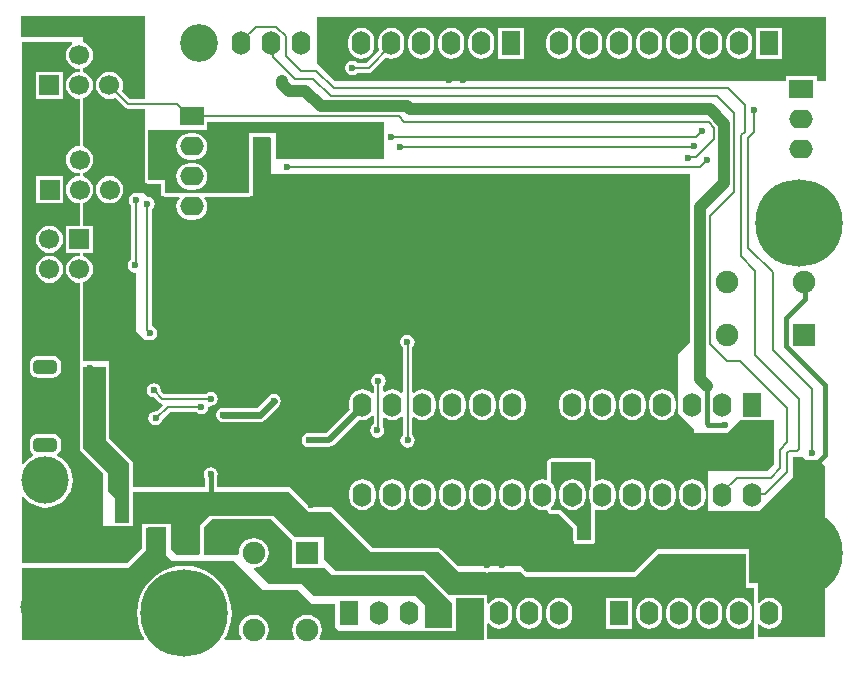
<source format=gbl>
G04*
G04 #@! TF.GenerationSoftware,Altium Limited,Altium Designer,20.0.13 (296)*
G04*
G04 Layer_Physical_Order=2*
G04 Layer_Color=16711680*
%FSLAX44Y44*%
%MOMM*%
G71*
G01*
G75*
%ADD10C,0.2000*%
%ADD11C,0.4000*%
%ADD32R,1.9000X1.9000*%
%ADD67C,1.9000*%
%ADD68R,1.9000X1.9000*%
%ADD74C,0.6000*%
%ADD75C,0.5000*%
%ADD77C,1.0000*%
%ADD78C,3.2000*%
%ADD79O,1.6000X2.0000*%
%ADD80R,1.6000X2.0000*%
%ADD81C,4.0000*%
%ADD82C,7.4000*%
%ADD83O,2.0000X1.6000*%
%ADD84R,2.0000X1.6000*%
%ADD85C,1.7000*%
%ADD86R,1.7000X1.7000*%
G04:AMPARAMS|DCode=87|XSize=2mm|YSize=1.2mm|CornerRadius=0.36mm|HoleSize=0mm|Usage=FLASHONLY|Rotation=0.000|XOffset=0mm|YOffset=0mm|HoleType=Round|Shape=RoundedRectangle|*
%AMROUNDEDRECTD87*
21,1,2.0000,0.4800,0,0,0.0*
21,1,1.2800,1.2000,0,0,0.0*
1,1,0.7200,0.6400,-0.2400*
1,1,0.7200,-0.6400,-0.2400*
1,1,0.7200,-0.6400,0.2400*
1,1,0.7200,0.6400,0.2400*
%
%ADD87ROUNDEDRECTD87*%
%ADD88C,0.6000*%
G36*
X683000Y476000D02*
X675000D01*
Y480000D01*
X649000D01*
Y476000D01*
X267000D01*
X252000Y491000D01*
Y530000D01*
X683000D01*
Y476000D01*
D02*
G37*
G36*
X106000Y460828D02*
X93579D01*
X86691Y467717D01*
X87404Y469438D01*
X87799Y472440D01*
X87404Y475442D01*
X86245Y478240D01*
X84402Y480642D01*
X82000Y482485D01*
X79202Y483644D01*
X76200Y484039D01*
X73198Y483644D01*
X70400Y482485D01*
X67998Y480642D01*
X66155Y478240D01*
X64996Y475442D01*
X64601Y472440D01*
X64996Y469438D01*
X66155Y466640D01*
X67998Y464238D01*
X70400Y462395D01*
X73198Y461236D01*
X76200Y460841D01*
X79202Y461236D01*
X80923Y461949D01*
X89006Y453866D01*
X89006Y453866D01*
X90329Y452982D01*
X91890Y452672D01*
X106000D01*
Y434612D01*
X105941Y434317D01*
Y392317D01*
X106000Y392021D01*
Y390000D01*
X107067D01*
X107830Y389491D01*
X109000Y389258D01*
X119941D01*
Y381316D01*
X120000Y381022D01*
Y379000D01*
X121067D01*
X121830Y378491D01*
X123000Y378258D01*
X135024D01*
X135650Y376988D01*
X134391Y375347D01*
X133283Y372672D01*
X132905Y369800D01*
X133283Y366928D01*
X134391Y364253D01*
X136155Y361955D01*
X138453Y360191D01*
X141128Y359083D01*
X144000Y358705D01*
X148000D01*
X150872Y359083D01*
X153547Y360191D01*
X155845Y361955D01*
X157608Y364253D01*
X158717Y366928D01*
X159095Y369800D01*
X158717Y372672D01*
X157608Y375347D01*
X156350Y376988D01*
X156976Y378258D01*
X194000Y378258D01*
X195170Y378490D01*
X195933Y379000D01*
X198000D01*
Y428941D01*
X212102Y428941D01*
X213000Y428043D01*
X213000Y397000D01*
X226409D01*
X227000Y396883D01*
X227591Y397000D01*
X568000Y397000D01*
X568000Y255000D01*
X564000Y251000D01*
X557500Y244500D01*
X557500Y194500D01*
X571000Y181000D01*
X571000Y178000D01*
X599000D01*
X609930Y188930D01*
X631650D01*
Y189000D01*
X639000D01*
X639000Y152000D01*
X633000Y146000D01*
X614000D01*
X613000Y146000D01*
X583000Y146000D01*
X583000Y112000D01*
X626000Y112000D01*
X655000Y141000D01*
X655000Y158000D01*
X663000D01*
X666000Y155000D01*
X670408D01*
X671000Y154882D01*
X671592Y155000D01*
X677000D01*
X682000Y150000D01*
Y5000D01*
X625059D01*
Y16200D01*
X626329Y16631D01*
X627155Y15555D01*
X629453Y13792D01*
X632128Y12683D01*
X635000Y12305D01*
X637872Y12683D01*
X640547Y13792D01*
X642845Y15555D01*
X644609Y17852D01*
X645717Y20528D01*
X646095Y23400D01*
Y27400D01*
X645717Y30272D01*
X644609Y32947D01*
X642845Y35245D01*
X640547Y37009D01*
X637872Y38117D01*
X635000Y38495D01*
X632128Y38117D01*
X629453Y37009D01*
X627155Y35245D01*
X626329Y34169D01*
X625059Y34600D01*
Y47000D01*
X625000Y47295D01*
Y51000D01*
X618059D01*
Y76000D01*
X618000Y76295D01*
Y80000D01*
X540000D01*
X520000Y60000D01*
X430000D01*
X425000Y65000D01*
X371326Y65000D01*
X357163Y79163D01*
X357163Y79163D01*
X356180Y79820D01*
X355000Y81000D01*
X299000Y81000D01*
X265000Y115000D01*
X246000D01*
X229000Y132000D01*
X167098D01*
Y139830D01*
X167652Y140659D01*
X168118Y143000D01*
X167652Y145341D01*
X166326Y147326D01*
X164341Y148652D01*
X162000Y149117D01*
X159659Y148652D01*
X157674Y147326D01*
X156348Y145341D01*
X155883Y143000D01*
X156348Y140659D01*
X156902Y139830D01*
Y132000D01*
X96059D01*
X96059Y152000D01*
X96000Y152294D01*
Y153000D01*
X95818Y153182D01*
X95163Y154163D01*
X95163Y154163D01*
X76059Y173267D01*
Y234000D01*
X76000Y234295D01*
Y239000D01*
X60591Y239000D01*
X60000Y239118D01*
X59409Y239000D01*
X54059D01*
Y304824D01*
X54039Y304923D01*
X54052Y305024D01*
X54000Y305219D01*
Y305476D01*
X56600Y306553D01*
X59002Y308396D01*
X60845Y310799D01*
X62004Y313596D01*
X62399Y316598D01*
X62004Y319600D01*
X60845Y322398D01*
X59002Y324800D01*
X56600Y326643D01*
X54000Y327720D01*
Y327978D01*
X54052Y328173D01*
X54039Y328274D01*
X54059Y328373D01*
Y330498D01*
X62300D01*
Y353498D01*
X54059D01*
Y372401D01*
X54002Y372796D01*
X56800Y373955D01*
X59202Y375798D01*
X61045Y378200D01*
X62204Y380998D01*
X62599Y384000D01*
X62204Y387002D01*
X61045Y389800D01*
X59202Y392202D01*
X56800Y394045D01*
X54002Y395204D01*
X54059Y395599D01*
Y397801D01*
X54002Y398196D01*
X56800Y399355D01*
X59202Y401198D01*
X61045Y403600D01*
X62204Y406398D01*
X62599Y409400D01*
X62204Y412402D01*
X61045Y415200D01*
X59202Y417602D01*
X56800Y419445D01*
X54002Y420604D01*
X54059Y420999D01*
Y460665D01*
X54039Y460765D01*
X54052Y460866D01*
X54000Y461060D01*
Y461318D01*
X56600Y462395D01*
X59002Y464238D01*
X60845Y466640D01*
X62004Y469438D01*
X62399Y472440D01*
X62004Y475442D01*
X60845Y478240D01*
X59002Y480642D01*
X56600Y482485D01*
X54000Y483562D01*
Y483820D01*
X54052Y484015D01*
X54039Y484115D01*
X54059Y484215D01*
Y486065D01*
X54039Y486165D01*
X54052Y486265D01*
X54000Y486460D01*
Y486718D01*
X56600Y487795D01*
X59002Y489638D01*
X60845Y492040D01*
X62004Y494838D01*
X62399Y497840D01*
X62004Y500842D01*
X60845Y503640D01*
X59002Y506042D01*
X56600Y507885D01*
X54000Y508962D01*
Y513000D01*
X1000D01*
Y531000D01*
X106000D01*
Y460828D01*
D02*
G37*
G36*
X309000Y429591D02*
X308883Y429000D01*
X309000Y428409D01*
X309000Y410000D01*
X217000Y410000D01*
X217000Y432000D01*
X194000Y432000D01*
X194000Y381316D01*
X123000Y381316D01*
Y392317D01*
X109000D01*
Y434317D01*
X159000Y434317D01*
X159000Y441317D01*
X309000Y441317D01*
Y429591D01*
D02*
G37*
G36*
X44798Y507730D02*
X42598Y506042D01*
X40755Y503640D01*
X39596Y500842D01*
X39201Y497840D01*
X39596Y494838D01*
X40755Y492040D01*
X42598Y489638D01*
X45000Y487795D01*
X47798Y486636D01*
X50800Y486241D01*
X51000Y486065D01*
Y484215D01*
X50800Y484039D01*
X47798Y483644D01*
X45000Y482485D01*
X42598Y480642D01*
X40755Y478240D01*
X39596Y475442D01*
X39201Y472440D01*
X39596Y469438D01*
X40755Y466640D01*
X42598Y464238D01*
X45000Y462395D01*
X47798Y461236D01*
X50800Y460841D01*
X51000Y460665D01*
Y420999D01*
X47998Y420604D01*
X45200Y419445D01*
X42798Y417602D01*
X40955Y415200D01*
X39796Y412402D01*
X39401Y409400D01*
X39796Y406398D01*
X40955Y403600D01*
X42798Y401198D01*
X45200Y399355D01*
X47998Y398196D01*
X51000Y397801D01*
Y395599D01*
X47998Y395204D01*
X45200Y394045D01*
X42798Y392202D01*
X40955Y389800D01*
X39796Y387002D01*
X39401Y384000D01*
X39796Y380998D01*
X40955Y378200D01*
X42798Y375798D01*
X45200Y373955D01*
X47998Y372796D01*
X51000Y372401D01*
Y353498D01*
X39300D01*
Y330498D01*
X51000D01*
Y328373D01*
X50800Y328198D01*
X47798Y327802D01*
X45000Y326643D01*
X42598Y324800D01*
X40755Y322398D01*
X39596Y319600D01*
X39201Y316598D01*
X39596Y313596D01*
X40755Y310799D01*
X42598Y308396D01*
X45000Y306553D01*
X47798Y305394D01*
X50800Y304999D01*
X51000Y304824D01*
Y234296D01*
X50941Y234000D01*
Y165000D01*
X51174Y163829D01*
X51837Y162837D01*
X71000Y143674D01*
Y99000D01*
X81602D01*
X81898Y98941D01*
X81898Y98941D01*
X93000Y98941D01*
X93295Y99000D01*
X96000D01*
Y101705D01*
X96059Y102000D01*
X96059Y128000D01*
X228000D01*
X242619Y113381D01*
X242924Y112924D01*
X243381Y112619D01*
X245000Y111000D01*
X264000Y111000D01*
X298000Y77000D01*
X355000Y77000D01*
X372000Y60000D01*
X395408Y60000D01*
X396000Y59882D01*
X396592Y60000D01*
X408409Y60000D01*
X409000Y59882D01*
X409591Y60000D01*
X425000Y60000D01*
X429000Y56000D01*
X521000Y56000D01*
X541000Y76000D01*
X615000Y76000D01*
Y47000D01*
X622000D01*
Y4000D01*
X396059D01*
Y16721D01*
X397329Y17152D01*
X398555Y15555D01*
X400853Y13792D01*
X403528Y12683D01*
X406400Y12305D01*
X409272Y12683D01*
X411948Y13792D01*
X414245Y15555D01*
X416008Y17852D01*
X417117Y20528D01*
X417495Y23400D01*
Y27400D01*
X417117Y30272D01*
X416008Y32947D01*
X414245Y35245D01*
X411948Y37009D01*
X409272Y38117D01*
X406400Y38495D01*
X403528Y38117D01*
X400853Y37009D01*
X398555Y35245D01*
X397329Y33648D01*
X396059Y34079D01*
Y38000D01*
X396000Y38295D01*
Y41000D01*
X393295D01*
X393000Y41059D01*
X370000D01*
X369704Y41000D01*
X363326Y41000D01*
X344163Y60163D01*
X343181Y60819D01*
X343000Y61000D01*
X342296D01*
X342000Y61059D01*
X342000Y61059D01*
X267941D01*
X258000Y71000D01*
X258000Y90000D01*
X233000Y90000D01*
X215000Y108000D01*
X213295D01*
X213000Y108059D01*
X213000Y108059D01*
X163000Y108059D01*
X162704Y108000D01*
X161000D01*
X153000Y100000D01*
Y98295D01*
X152941Y98000D01*
X152941Y98000D01*
X152941Y76270D01*
X151671Y75000D01*
X133000Y75000D01*
X128000Y80000D01*
X128000Y101000D01*
X123397D01*
X123102Y101059D01*
X123102Y101059D01*
X107000D01*
X106705Y101000D01*
X104000D01*
Y98295D01*
X103941Y98000D01*
Y80941D01*
X91000Y68000D01*
X2000D01*
Y124113D01*
X3270Y124567D01*
X5658Y121658D01*
X9160Y118784D01*
X13156Y116648D01*
X17491Y115333D01*
X22000Y114889D01*
X26509Y115333D01*
X30844Y116648D01*
X34840Y118784D01*
X38342Y121658D01*
X41216Y125160D01*
X43352Y129156D01*
X44667Y133491D01*
X45111Y138000D01*
X44667Y142509D01*
X43352Y146844D01*
X41216Y150840D01*
X38342Y154342D01*
X34840Y157216D01*
X32168Y158645D01*
X32058Y158940D01*
X32098Y160122D01*
X33102Y160893D01*
X34160Y162271D01*
X34825Y163877D01*
X35052Y165600D01*
Y170400D01*
X34825Y172123D01*
X34160Y173729D01*
X33102Y175107D01*
X31723Y176165D01*
X30118Y176830D01*
X28395Y177057D01*
X15595D01*
X13872Y176830D01*
X12266Y176165D01*
X10888Y175107D01*
X9830Y173729D01*
X9165Y172123D01*
X8938Y170400D01*
Y165600D01*
X9165Y163877D01*
X9830Y162271D01*
X10888Y160893D01*
X11896Y160119D01*
X11938Y158943D01*
X11827Y158642D01*
X9160Y157216D01*
X5658Y154342D01*
X3270Y151433D01*
X2000Y151887D01*
Y509000D01*
X44627D01*
X44798Y507730D01*
D02*
G37*
G36*
X73000Y172000D02*
X93000Y152000D01*
X93000Y102000D01*
X81898Y102000D01*
X81000Y102898D01*
X81000Y123000D01*
X75000Y129000D01*
Y144000D01*
X54000Y165000D01*
Y234000D01*
X73000D01*
Y172000D01*
D02*
G37*
G36*
X213000Y105000D02*
X231000Y87000D01*
Y64000D01*
X259000D01*
X265000Y58000D01*
X342000D01*
X366000Y34000D01*
Y13059D01*
X343000D01*
Y32000D01*
X335000Y40000D01*
X249000Y40000D01*
X239000Y50000D01*
X211000D01*
X208000Y53000D01*
X198258Y62742D01*
X198857Y63939D01*
X201763Y64322D01*
X204804Y65581D01*
X207415Y67585D01*
X209419Y70196D01*
X210678Y73237D01*
X211108Y76500D01*
X210678Y79763D01*
X209419Y82804D01*
X207415Y85415D01*
X204804Y87419D01*
X201763Y88678D01*
X198500Y89108D01*
X195237Y88678D01*
X192196Y87419D01*
X189585Y85415D01*
X187581Y82804D01*
X186322Y79763D01*
X185892Y76500D01*
X185922Y76270D01*
X184809Y75000D01*
X156000D01*
X156000Y98000D01*
X163000Y105000D01*
X213000Y105000D01*
D02*
G37*
G36*
X124000Y97102D02*
X124000Y75000D01*
X129000Y70000D01*
X181000D01*
X206000Y45000D01*
X236000D01*
X248000Y33000D01*
X267000D01*
Y14000D01*
X268400Y12600D01*
Y12400D01*
X268600D01*
X271000Y10000D01*
X370000D01*
Y38000D01*
X393000D01*
Y3000D01*
X254169D01*
X253608Y4139D01*
X254419Y5196D01*
X255678Y8237D01*
X256108Y11500D01*
X255678Y14763D01*
X254419Y17804D01*
X252415Y20415D01*
X249804Y22419D01*
X246763Y23678D01*
X243500Y24108D01*
X240237Y23678D01*
X237196Y22419D01*
X234585Y20415D01*
X232581Y17804D01*
X231322Y14763D01*
X230892Y11500D01*
X231322Y8237D01*
X232581Y5196D01*
X233392Y4139D01*
X232831Y3000D01*
X209169D01*
X208608Y4139D01*
X209419Y5196D01*
X210678Y8237D01*
X211108Y11500D01*
X210678Y14763D01*
X209419Y17804D01*
X207415Y20415D01*
X204804Y22419D01*
X201763Y23678D01*
X198500Y24108D01*
X195237Y23678D01*
X192196Y22419D01*
X189585Y20415D01*
X187581Y17804D01*
X186322Y14763D01*
X185892Y11500D01*
X186322Y8237D01*
X187581Y5196D01*
X188392Y4139D01*
X187831Y3000D01*
X174186D01*
X173565Y4108D01*
X175450Y7184D01*
X177860Y13001D01*
X179330Y19123D01*
X179824Y25400D01*
X179330Y31677D01*
X177860Y37799D01*
X175450Y43616D01*
X172161Y48984D01*
X168072Y53772D01*
X163284Y57861D01*
X157916Y61150D01*
X152099Y63560D01*
X145977Y65030D01*
X139700Y65524D01*
X133423Y65030D01*
X127301Y63560D01*
X121484Y61150D01*
X116116Y57861D01*
X111328Y53772D01*
X107239Y48984D01*
X103949Y43616D01*
X101540Y37799D01*
X100070Y31677D01*
X99576Y25400D01*
X100070Y19123D01*
X101540Y13001D01*
X103949Y7184D01*
X105835Y4108D01*
X105214Y3000D01*
X2000D01*
Y64000D01*
X72000Y64000D01*
X92000D01*
X107000Y79000D01*
Y98000D01*
X123102D01*
X124000Y97102D01*
D02*
G37*
%LPC*%
G36*
X646000Y521000D02*
X624000D01*
Y495000D01*
X646000D01*
Y521000D01*
D02*
G37*
G36*
X427560D02*
X405560D01*
Y495000D01*
X427560D01*
Y521000D01*
D02*
G37*
G36*
X609600Y521095D02*
X606728Y520717D01*
X604053Y519608D01*
X601755Y517845D01*
X599991Y515547D01*
X598883Y512872D01*
X598505Y510000D01*
Y506000D01*
X598883Y503128D01*
X599991Y500452D01*
X601755Y498155D01*
X604053Y496391D01*
X606728Y495283D01*
X609600Y494905D01*
X612472Y495283D01*
X615148Y496391D01*
X617445Y498155D01*
X619208Y500452D01*
X620317Y503128D01*
X620695Y506000D01*
Y510000D01*
X620317Y512872D01*
X619208Y515547D01*
X617445Y517845D01*
X615148Y519608D01*
X612472Y520717D01*
X609600Y521095D01*
D02*
G37*
G36*
X584200D02*
X581328Y520717D01*
X578652Y519608D01*
X576355Y517845D01*
X574591Y515547D01*
X573483Y512872D01*
X573105Y510000D01*
Y506000D01*
X573483Y503128D01*
X574591Y500452D01*
X576355Y498155D01*
X578652Y496391D01*
X581328Y495283D01*
X584200Y494905D01*
X587072Y495283D01*
X589748Y496391D01*
X592045Y498155D01*
X593809Y500452D01*
X594917Y503128D01*
X595295Y506000D01*
Y510000D01*
X594917Y512872D01*
X593809Y515547D01*
X592045Y517845D01*
X589748Y519608D01*
X587072Y520717D01*
X584200Y521095D01*
D02*
G37*
G36*
X558800D02*
X555928Y520717D01*
X553252Y519608D01*
X550955Y517845D01*
X549192Y515547D01*
X548083Y512872D01*
X547705Y510000D01*
Y506000D01*
X548083Y503128D01*
X549192Y500452D01*
X550955Y498155D01*
X553252Y496391D01*
X555928Y495283D01*
X558800Y494905D01*
X561672Y495283D01*
X564347Y496391D01*
X566645Y498155D01*
X568409Y500452D01*
X569517Y503128D01*
X569895Y506000D01*
Y510000D01*
X569517Y512872D01*
X568409Y515547D01*
X566645Y517845D01*
X564347Y519608D01*
X561672Y520717D01*
X558800Y521095D01*
D02*
G37*
G36*
X533400D02*
X530528Y520717D01*
X527853Y519608D01*
X525555Y517845D01*
X523792Y515547D01*
X522683Y512872D01*
X522305Y510000D01*
Y506000D01*
X522683Y503128D01*
X523792Y500452D01*
X525555Y498155D01*
X527853Y496391D01*
X530528Y495283D01*
X533400Y494905D01*
X536272Y495283D01*
X538947Y496391D01*
X541245Y498155D01*
X543008Y500452D01*
X544117Y503128D01*
X544495Y506000D01*
Y510000D01*
X544117Y512872D01*
X543008Y515547D01*
X541245Y517845D01*
X538947Y519608D01*
X536272Y520717D01*
X533400Y521095D01*
D02*
G37*
G36*
X508000D02*
X505128Y520717D01*
X502453Y519608D01*
X500155Y517845D01*
X498391Y515547D01*
X497283Y512872D01*
X496905Y510000D01*
Y506000D01*
X497283Y503128D01*
X498391Y500452D01*
X500155Y498155D01*
X502453Y496391D01*
X505128Y495283D01*
X508000Y494905D01*
X510872Y495283D01*
X513548Y496391D01*
X515845Y498155D01*
X517608Y500452D01*
X518717Y503128D01*
X519095Y506000D01*
Y510000D01*
X518717Y512872D01*
X517608Y515547D01*
X515845Y517845D01*
X513548Y519608D01*
X510872Y520717D01*
X508000Y521095D01*
D02*
G37*
G36*
X482600D02*
X479728Y520717D01*
X477052Y519608D01*
X474755Y517845D01*
X472991Y515547D01*
X471883Y512872D01*
X471505Y510000D01*
Y506000D01*
X471883Y503128D01*
X472991Y500452D01*
X474755Y498155D01*
X477052Y496391D01*
X479728Y495283D01*
X482600Y494905D01*
X485472Y495283D01*
X488148Y496391D01*
X490445Y498155D01*
X492209Y500452D01*
X493317Y503128D01*
X493695Y506000D01*
Y510000D01*
X493317Y512872D01*
X492209Y515547D01*
X490445Y517845D01*
X488148Y519608D01*
X485472Y520717D01*
X482600Y521095D01*
D02*
G37*
G36*
X457200D02*
X454328Y520717D01*
X451652Y519608D01*
X449355Y517845D01*
X447592Y515547D01*
X446483Y512872D01*
X446105Y510000D01*
Y506000D01*
X446483Y503128D01*
X447592Y500452D01*
X449355Y498155D01*
X451652Y496391D01*
X454328Y495283D01*
X457200Y494905D01*
X460072Y495283D01*
X462747Y496391D01*
X465045Y498155D01*
X466809Y500452D01*
X467917Y503128D01*
X468295Y506000D01*
Y510000D01*
X467917Y512872D01*
X466809Y515547D01*
X465045Y517845D01*
X462747Y519608D01*
X460072Y520717D01*
X457200Y521095D01*
D02*
G37*
G36*
X391160D02*
X388288Y520717D01*
X385612Y519608D01*
X383315Y517845D01*
X381552Y515547D01*
X380443Y512872D01*
X380065Y510000D01*
Y506000D01*
X380443Y503128D01*
X381552Y500452D01*
X383315Y498155D01*
X385612Y496391D01*
X388288Y495283D01*
X391160Y494905D01*
X394032Y495283D01*
X396707Y496391D01*
X399005Y498155D01*
X400769Y500452D01*
X401877Y503128D01*
X402255Y506000D01*
Y510000D01*
X401877Y512872D01*
X400769Y515547D01*
X399005Y517845D01*
X396707Y519608D01*
X394032Y520717D01*
X391160Y521095D01*
D02*
G37*
G36*
X365760D02*
X362888Y520717D01*
X360213Y519608D01*
X357915Y517845D01*
X356152Y515547D01*
X355043Y512872D01*
X354665Y510000D01*
Y506000D01*
X355043Y503128D01*
X356152Y500452D01*
X357915Y498155D01*
X360213Y496391D01*
X362888Y495283D01*
X365760Y494905D01*
X368632Y495283D01*
X371307Y496391D01*
X373605Y498155D01*
X375368Y500452D01*
X376477Y503128D01*
X376855Y506000D01*
Y510000D01*
X376477Y512872D01*
X375368Y515547D01*
X373605Y517845D01*
X371307Y519608D01*
X368632Y520717D01*
X365760Y521095D01*
D02*
G37*
G36*
X340360D02*
X337488Y520717D01*
X334813Y519608D01*
X332515Y517845D01*
X330751Y515547D01*
X329643Y512872D01*
X329265Y510000D01*
Y506000D01*
X329643Y503128D01*
X330751Y500452D01*
X332515Y498155D01*
X334813Y496391D01*
X337488Y495283D01*
X340360Y494905D01*
X343232Y495283D01*
X345908Y496391D01*
X348205Y498155D01*
X349968Y500452D01*
X351077Y503128D01*
X351455Y506000D01*
Y510000D01*
X351077Y512872D01*
X349968Y515547D01*
X348205Y517845D01*
X345908Y519608D01*
X343232Y520717D01*
X340360Y521095D01*
D02*
G37*
G36*
X314960D02*
X312088Y520717D01*
X309412Y519608D01*
X307115Y517845D01*
X305352Y515547D01*
X304243Y512872D01*
X303865Y510000D01*
Y506000D01*
X304243Y503128D01*
X304748Y501910D01*
X293916Y491078D01*
X286491D01*
X286326Y491326D01*
X284341Y492652D01*
X282000Y493117D01*
X279659Y492652D01*
X277674Y491326D01*
X276348Y489341D01*
X275882Y487000D01*
X276348Y484659D01*
X277674Y482674D01*
X279659Y481348D01*
X282000Y480882D01*
X284341Y481348D01*
X286326Y482674D01*
X286491Y482922D01*
X295605D01*
X295605Y482922D01*
X296907Y483181D01*
X297166Y483232D01*
X298489Y484116D01*
X310368Y495996D01*
X312088Y495283D01*
X314960Y494905D01*
X317832Y495283D01*
X320508Y496391D01*
X322805Y498155D01*
X324568Y500452D01*
X325677Y503128D01*
X326055Y506000D01*
Y510000D01*
X325677Y512872D01*
X324568Y515547D01*
X322805Y517845D01*
X320508Y519608D01*
X317832Y520717D01*
X314960Y521095D01*
D02*
G37*
G36*
X289560D02*
X286688Y520717D01*
X284013Y519608D01*
X281715Y517845D01*
X279951Y515547D01*
X278843Y512872D01*
X278465Y510000D01*
Y506000D01*
X278843Y503128D01*
X279951Y500452D01*
X281715Y498155D01*
X284013Y496391D01*
X286688Y495283D01*
X289560Y494905D01*
X292432Y495283D01*
X295107Y496391D01*
X297405Y498155D01*
X299168Y500452D01*
X300277Y503128D01*
X300655Y506000D01*
Y510000D01*
X300277Y512872D01*
X299168Y515547D01*
X297405Y517845D01*
X295107Y519608D01*
X292432Y520717D01*
X289560Y521095D01*
D02*
G37*
G36*
X76400Y395599D02*
X73398Y395204D01*
X70600Y394045D01*
X68198Y392202D01*
X66355Y389800D01*
X65196Y387002D01*
X64801Y384000D01*
X65196Y380998D01*
X66355Y378200D01*
X68198Y375798D01*
X70600Y373955D01*
X73398Y372796D01*
X76400Y372401D01*
X79402Y372796D01*
X82200Y373955D01*
X84602Y375798D01*
X86445Y378200D01*
X87604Y380998D01*
X87999Y384000D01*
X87604Y387002D01*
X86445Y389800D01*
X84602Y392202D01*
X82200Y394045D01*
X79402Y395204D01*
X76400Y395599D01*
D02*
G37*
G36*
X105500Y381367D02*
X98750D01*
X96409Y380902D01*
X94424Y379576D01*
X93098Y377591D01*
X92633Y375250D01*
X93098Y372909D01*
X94422Y370928D01*
Y324825D01*
X93674Y324326D01*
X92348Y322341D01*
X91882Y320000D01*
X92348Y317659D01*
X93674Y315674D01*
X95659Y314348D01*
X98000Y313883D01*
X98750Y313267D01*
Y264250D01*
X106368Y256632D01*
X110750D01*
X113091Y257098D01*
X115076Y258424D01*
X116402Y260409D01*
X116868Y262750D01*
X116402Y265091D01*
X115076Y267076D01*
X113091Y268402D01*
X112536Y268512D01*
Y367365D01*
X112784Y367530D01*
X114110Y369515D01*
X114576Y371856D01*
X114110Y374197D01*
X112784Y376182D01*
X110799Y377508D01*
X109002Y377865D01*
X105500Y381367D01*
D02*
G37*
G36*
X328500Y261117D02*
X326159Y260652D01*
X324174Y259326D01*
X322848Y257341D01*
X322383Y255000D01*
X322848Y252659D01*
X324174Y250674D01*
X324547Y250425D01*
Y212647D01*
X323277Y212097D01*
X321398Y213538D01*
X318722Y214647D01*
X315850Y215025D01*
X312978Y214647D01*
X310303Y213538D01*
X309217Y212706D01*
X308078Y213267D01*
Y217509D01*
X308326Y217674D01*
X309652Y219659D01*
X310117Y222000D01*
X309652Y224341D01*
X308326Y226326D01*
X306341Y227652D01*
X304000Y228118D01*
X301659Y227652D01*
X299674Y226326D01*
X298348Y224341D01*
X297882Y222000D01*
X298348Y219659D01*
X299674Y217674D01*
X299922Y217509D01*
Y211631D01*
X298719Y211223D01*
X298295Y211775D01*
X295998Y213538D01*
X293322Y214647D01*
X290450Y215025D01*
X287578Y214647D01*
X284902Y213538D01*
X282605Y211775D01*
X280842Y209478D01*
X279733Y206802D01*
X279355Y203930D01*
Y199930D01*
X279663Y197593D01*
X259677Y177608D01*
X247407D01*
X247341Y177652D01*
X245000Y178118D01*
X242659Y177652D01*
X240674Y176326D01*
X239348Y174341D01*
X238883Y172000D01*
X239348Y169659D01*
X240674Y167674D01*
X242659Y166348D01*
X245000Y165882D01*
X247341Y166348D01*
X247407Y166392D01*
X262000D01*
X264146Y166819D01*
X265965Y168035D01*
X287271Y189340D01*
X287578Y189213D01*
X290450Y188835D01*
X293322Y189213D01*
X295998Y190322D01*
X298295Y192085D01*
X298719Y192637D01*
X299922Y192229D01*
Y185409D01*
X298674Y184576D01*
X297348Y182591D01*
X296882Y180250D01*
X297348Y177909D01*
X298674Y175924D01*
X300659Y174598D01*
X303000Y174132D01*
X305341Y174598D01*
X307326Y175924D01*
X308652Y177909D01*
X309118Y180250D01*
X308652Y182591D01*
X308078Y183449D01*
Y190592D01*
X309217Y191154D01*
X310303Y190322D01*
X312978Y189213D01*
X315850Y188835D01*
X318722Y189213D01*
X321398Y190322D01*
X323277Y191763D01*
X324547Y191213D01*
Y176157D01*
X324424Y176076D01*
X323098Y174091D01*
X322632Y171750D01*
X323098Y169409D01*
X324424Y167424D01*
X326409Y166098D01*
X328750Y165632D01*
X331091Y166098D01*
X333076Y167424D01*
X334402Y169409D01*
X334868Y171750D01*
X334402Y174091D01*
X333076Y176076D01*
X332703Y176325D01*
Y191022D01*
X333973Y191648D01*
X335703Y190322D01*
X338378Y189213D01*
X341250Y188835D01*
X344122Y189213D01*
X346797Y190322D01*
X349095Y192085D01*
X350858Y194382D01*
X351967Y197058D01*
X352345Y199930D01*
Y203930D01*
X351967Y206802D01*
X350858Y209478D01*
X349095Y211775D01*
X346797Y213538D01*
X344122Y214647D01*
X341250Y215025D01*
X338378Y214647D01*
X335703Y213538D01*
X333973Y212212D01*
X332703Y212838D01*
Y250592D01*
X332826Y250674D01*
X334152Y252659D01*
X334618Y255000D01*
X334152Y257341D01*
X332826Y259326D01*
X330841Y260652D01*
X328500Y261117D01*
D02*
G37*
G36*
X113750Y220368D02*
X111409Y219902D01*
X109424Y218576D01*
X108098Y216591D01*
X107633Y214250D01*
X108098Y211909D01*
X109424Y209924D01*
X111409Y208598D01*
X113750Y208132D01*
X114042Y208190D01*
X118116Y204116D01*
X118116Y204116D01*
X119439Y203232D01*
X120933Y202935D01*
X121066Y202735D01*
X121446Y201652D01*
X116219Y196425D01*
X115250Y196618D01*
X112909Y196152D01*
X110924Y194826D01*
X109598Y192841D01*
X109132Y190500D01*
X109598Y188159D01*
X110924Y186174D01*
X112909Y184848D01*
X115250Y184382D01*
X117591Y184848D01*
X119576Y186174D01*
X120902Y188159D01*
X121253Y189923D01*
X127251Y195922D01*
X149509D01*
X149674Y195674D01*
X151659Y194348D01*
X154000Y193883D01*
X156341Y194348D01*
X158326Y195674D01*
X159652Y197659D01*
X160110Y199963D01*
X160206Y200313D01*
X160978Y201086D01*
X162000Y200882D01*
X164341Y201348D01*
X166326Y202674D01*
X167652Y204659D01*
X168118Y207000D01*
X167652Y209341D01*
X166326Y211326D01*
X164341Y212652D01*
X162000Y213118D01*
X159659Y212652D01*
X157674Y211326D01*
X157509Y211078D01*
X122689D01*
X119810Y213958D01*
X119868Y214250D01*
X119402Y216591D01*
X118076Y218576D01*
X116091Y219902D01*
X113750Y220368D01*
D02*
G37*
G36*
X544450Y215025D02*
X541578Y214647D01*
X538903Y213538D01*
X536605Y211775D01*
X534841Y209478D01*
X533733Y206802D01*
X533355Y203930D01*
Y199930D01*
X533733Y197058D01*
X534841Y194382D01*
X536605Y192085D01*
X538903Y190322D01*
X541578Y189213D01*
X544450Y188835D01*
X547322Y189213D01*
X549997Y190322D01*
X552295Y192085D01*
X554058Y194382D01*
X555167Y197058D01*
X555545Y199930D01*
Y203930D01*
X555167Y206802D01*
X554058Y209478D01*
X552295Y211775D01*
X549997Y213538D01*
X547322Y214647D01*
X544450Y215025D01*
D02*
G37*
G36*
X519050D02*
X516178Y214647D01*
X513503Y213538D01*
X511205Y211775D01*
X509441Y209478D01*
X508333Y206802D01*
X507955Y203930D01*
Y199930D01*
X508333Y197058D01*
X509441Y194382D01*
X511205Y192085D01*
X513503Y190322D01*
X516178Y189213D01*
X519050Y188835D01*
X521922Y189213D01*
X524598Y190322D01*
X526895Y192085D01*
X528658Y194382D01*
X529767Y197058D01*
X530145Y199930D01*
Y203930D01*
X529767Y206802D01*
X528658Y209478D01*
X526895Y211775D01*
X524598Y213538D01*
X521922Y214647D01*
X519050Y215025D01*
D02*
G37*
G36*
X493650D02*
X490778Y214647D01*
X488102Y213538D01*
X485805Y211775D01*
X484041Y209478D01*
X482933Y206802D01*
X482555Y203930D01*
Y199930D01*
X482933Y197058D01*
X484041Y194382D01*
X485805Y192085D01*
X488102Y190322D01*
X490778Y189213D01*
X493650Y188835D01*
X496522Y189213D01*
X499198Y190322D01*
X501495Y192085D01*
X503259Y194382D01*
X504367Y197058D01*
X504745Y199930D01*
Y203930D01*
X504367Y206802D01*
X503259Y209478D01*
X501495Y211775D01*
X499198Y213538D01*
X496522Y214647D01*
X493650Y215025D01*
D02*
G37*
G36*
X468250D02*
X465378Y214647D01*
X462702Y213538D01*
X460405Y211775D01*
X458642Y209478D01*
X457533Y206802D01*
X457155Y203930D01*
Y199930D01*
X457533Y197058D01*
X458642Y194382D01*
X460405Y192085D01*
X462702Y190322D01*
X465378Y189213D01*
X468250Y188835D01*
X471122Y189213D01*
X473797Y190322D01*
X476095Y192085D01*
X477859Y194382D01*
X478967Y197058D01*
X479345Y199930D01*
Y203930D01*
X478967Y206802D01*
X477859Y209478D01*
X476095Y211775D01*
X473797Y213538D01*
X471122Y214647D01*
X468250Y215025D01*
D02*
G37*
G36*
X417450D02*
X414578Y214647D01*
X411903Y213538D01*
X409605Y211775D01*
X407841Y209478D01*
X406733Y206802D01*
X406355Y203930D01*
Y199930D01*
X406733Y197058D01*
X407841Y194382D01*
X409605Y192085D01*
X411903Y190322D01*
X414578Y189213D01*
X417450Y188835D01*
X420322Y189213D01*
X422998Y190322D01*
X425295Y192085D01*
X427058Y194382D01*
X428167Y197058D01*
X428545Y199930D01*
Y203930D01*
X428167Y206802D01*
X427058Y209478D01*
X425295Y211775D01*
X422998Y213538D01*
X420322Y214647D01*
X417450Y215025D01*
D02*
G37*
G36*
X392050D02*
X389178Y214647D01*
X386502Y213538D01*
X384205Y211775D01*
X382441Y209478D01*
X381333Y206802D01*
X380955Y203930D01*
Y199930D01*
X381333Y197058D01*
X382441Y194382D01*
X384205Y192085D01*
X386502Y190322D01*
X389178Y189213D01*
X392050Y188835D01*
X394922Y189213D01*
X397598Y190322D01*
X399895Y192085D01*
X401659Y194382D01*
X402767Y197058D01*
X403145Y199930D01*
Y203930D01*
X402767Y206802D01*
X401659Y209478D01*
X399895Y211775D01*
X397598Y213538D01*
X394922Y214647D01*
X392050Y215025D01*
D02*
G37*
G36*
X366650D02*
X363778Y214647D01*
X361102Y213538D01*
X358805Y211775D01*
X357042Y209478D01*
X355933Y206802D01*
X355555Y203930D01*
Y199930D01*
X355933Y197058D01*
X357042Y194382D01*
X358805Y192085D01*
X361102Y190322D01*
X363778Y189213D01*
X366650Y188835D01*
X369522Y189213D01*
X372197Y190322D01*
X374495Y192085D01*
X376259Y194382D01*
X377367Y197058D01*
X377745Y199930D01*
Y203930D01*
X377367Y206802D01*
X376259Y209478D01*
X374495Y211775D01*
X372197Y213538D01*
X369522Y214647D01*
X366650Y215025D01*
D02*
G37*
G36*
X215250Y211367D02*
X212909Y210902D01*
X210924Y209576D01*
X200760Y199412D01*
X172720D01*
X170379Y198946D01*
X168394Y197620D01*
X167068Y195635D01*
X166602Y193294D01*
X167068Y190953D01*
X168394Y188968D01*
X170379Y187642D01*
X172720Y187176D01*
X203294D01*
X205635Y187642D01*
X207620Y188968D01*
X219576Y200924D01*
X220902Y202909D01*
X221367Y205250D01*
X220902Y207591D01*
X219576Y209576D01*
X217591Y210902D01*
X215250Y211367D01*
D02*
G37*
G36*
X484134Y156646D02*
X450182D01*
X449012Y156413D01*
X448019Y155750D01*
X447356Y154758D01*
X447123Y153587D01*
Y139241D01*
X445854Y138392D01*
X445722Y138447D01*
X442850Y138825D01*
X439978Y138447D01*
X437303Y137338D01*
X435005Y135575D01*
X433242Y133278D01*
X432133Y130602D01*
X431755Y127730D01*
Y123730D01*
X432133Y120858D01*
X433242Y118182D01*
X435005Y115885D01*
X437303Y114122D01*
X439978Y113013D01*
X442850Y112635D01*
X445722Y113013D01*
X446157Y113193D01*
X447284Y112285D01*
X447461Y111395D01*
X448124Y110402D01*
X449116Y109739D01*
X450287Y109507D01*
X457168D01*
X468941Y97733D01*
Y87248D01*
X469174Y86077D01*
X469837Y85085D01*
X470830Y84422D01*
X472000Y84189D01*
X484270D01*
X485441Y84422D01*
X486433Y85085D01*
X487096Y86077D01*
X487329Y87248D01*
Y113236D01*
X488599Y113916D01*
X490778Y113013D01*
X493650Y112635D01*
X496522Y113013D01*
X499198Y114122D01*
X501495Y115885D01*
X503259Y118182D01*
X504367Y120858D01*
X504745Y123730D01*
Y127730D01*
X504367Y130602D01*
X503259Y133278D01*
X501495Y135575D01*
X499198Y137338D01*
X496522Y138447D01*
X493650Y138825D01*
X490778Y138447D01*
X488599Y137544D01*
X487329Y138224D01*
Y152373D01*
X487295Y152542D01*
X487310Y152713D01*
X487174Y153927D01*
X487044Y154336D01*
X486960Y154758D01*
X486865Y154901D01*
X486813Y155064D01*
X486536Y155393D01*
X486297Y155750D01*
X486155Y155845D01*
X486044Y155977D01*
X485662Y156174D01*
X485305Y156413D01*
X485136Y156447D01*
X484984Y156526D01*
X484556Y156562D01*
X484134Y156646D01*
D02*
G37*
G36*
X569850Y138825D02*
X566978Y138447D01*
X564302Y137338D01*
X562005Y135575D01*
X560242Y133278D01*
X559133Y130602D01*
X558755Y127730D01*
Y123730D01*
X559133Y120858D01*
X560242Y118182D01*
X562005Y115885D01*
X564302Y114122D01*
X566978Y113013D01*
X569850Y112635D01*
X572722Y113013D01*
X575397Y114122D01*
X577695Y115885D01*
X579459Y118182D01*
X580567Y120858D01*
X580945Y123730D01*
Y127730D01*
X580567Y130602D01*
X579459Y133278D01*
X577695Y135575D01*
X575397Y137338D01*
X572722Y138447D01*
X569850Y138825D01*
D02*
G37*
G36*
X544450D02*
X541578Y138447D01*
X538903Y137338D01*
X536605Y135575D01*
X534841Y133278D01*
X533733Y130602D01*
X533355Y127730D01*
Y123730D01*
X533733Y120858D01*
X534841Y118182D01*
X536605Y115885D01*
X538903Y114122D01*
X541578Y113013D01*
X544450Y112635D01*
X547322Y113013D01*
X549997Y114122D01*
X552295Y115885D01*
X554058Y118182D01*
X555167Y120858D01*
X555545Y123730D01*
Y127730D01*
X555167Y130602D01*
X554058Y133278D01*
X552295Y135575D01*
X549997Y137338D01*
X547322Y138447D01*
X544450Y138825D01*
D02*
G37*
G36*
X519050D02*
X516178Y138447D01*
X513503Y137338D01*
X511205Y135575D01*
X509441Y133278D01*
X508333Y130602D01*
X507955Y127730D01*
Y123730D01*
X508333Y120858D01*
X509441Y118182D01*
X511205Y115885D01*
X513503Y114122D01*
X516178Y113013D01*
X519050Y112635D01*
X521922Y113013D01*
X524598Y114122D01*
X526895Y115885D01*
X528658Y118182D01*
X529767Y120858D01*
X530145Y123730D01*
Y127730D01*
X529767Y130602D01*
X528658Y133278D01*
X526895Y135575D01*
X524598Y137338D01*
X521922Y138447D01*
X519050Y138825D01*
D02*
G37*
G36*
X417450D02*
X414578Y138447D01*
X411903Y137338D01*
X409605Y135575D01*
X407841Y133278D01*
X406733Y130602D01*
X406355Y127730D01*
Y123730D01*
X406733Y120858D01*
X407841Y118182D01*
X409605Y115885D01*
X411903Y114122D01*
X414578Y113013D01*
X417450Y112635D01*
X420322Y113013D01*
X422998Y114122D01*
X425295Y115885D01*
X427058Y118182D01*
X428167Y120858D01*
X428545Y123730D01*
Y127730D01*
X428167Y130602D01*
X427058Y133278D01*
X425295Y135575D01*
X422998Y137338D01*
X420322Y138447D01*
X417450Y138825D01*
D02*
G37*
G36*
X392050D02*
X389178Y138447D01*
X386502Y137338D01*
X384205Y135575D01*
X382441Y133278D01*
X381333Y130602D01*
X380955Y127730D01*
Y123730D01*
X381333Y120858D01*
X382441Y118182D01*
X384205Y115885D01*
X386502Y114122D01*
X389178Y113013D01*
X392050Y112635D01*
X394922Y113013D01*
X397598Y114122D01*
X399895Y115885D01*
X401659Y118182D01*
X402767Y120858D01*
X403145Y123730D01*
Y127730D01*
X402767Y130602D01*
X401659Y133278D01*
X399895Y135575D01*
X397598Y137338D01*
X394922Y138447D01*
X392050Y138825D01*
D02*
G37*
G36*
X366650D02*
X363778Y138447D01*
X361102Y137338D01*
X358805Y135575D01*
X357042Y133278D01*
X355933Y130602D01*
X355555Y127730D01*
Y123730D01*
X355933Y120858D01*
X357042Y118182D01*
X358805Y115885D01*
X361102Y114122D01*
X363778Y113013D01*
X366650Y112635D01*
X369522Y113013D01*
X372197Y114122D01*
X374495Y115885D01*
X376259Y118182D01*
X377367Y120858D01*
X377745Y123730D01*
Y127730D01*
X377367Y130602D01*
X376259Y133278D01*
X374495Y135575D01*
X372197Y137338D01*
X369522Y138447D01*
X366650Y138825D01*
D02*
G37*
G36*
X341250D02*
X338378Y138447D01*
X335703Y137338D01*
X333405Y135575D01*
X331642Y133278D01*
X330533Y130602D01*
X330155Y127730D01*
Y123730D01*
X330533Y120858D01*
X331642Y118182D01*
X333405Y115885D01*
X335703Y114122D01*
X338378Y113013D01*
X341250Y112635D01*
X344122Y113013D01*
X346797Y114122D01*
X349095Y115885D01*
X350858Y118182D01*
X351967Y120858D01*
X352345Y123730D01*
Y127730D01*
X351967Y130602D01*
X350858Y133278D01*
X349095Y135575D01*
X346797Y137338D01*
X344122Y138447D01*
X341250Y138825D01*
D02*
G37*
G36*
X315850D02*
X312978Y138447D01*
X310303Y137338D01*
X308005Y135575D01*
X306241Y133278D01*
X305133Y130602D01*
X304755Y127730D01*
Y123730D01*
X305133Y120858D01*
X306241Y118182D01*
X308005Y115885D01*
X310303Y114122D01*
X312978Y113013D01*
X315850Y112635D01*
X318722Y113013D01*
X321398Y114122D01*
X323695Y115885D01*
X325458Y118182D01*
X326567Y120858D01*
X326945Y123730D01*
Y127730D01*
X326567Y130602D01*
X325458Y133278D01*
X323695Y135575D01*
X321398Y137338D01*
X318722Y138447D01*
X315850Y138825D01*
D02*
G37*
G36*
X290450D02*
X287578Y138447D01*
X284902Y137338D01*
X282605Y135575D01*
X280842Y133278D01*
X279733Y130602D01*
X279355Y127730D01*
Y123730D01*
X279733Y120858D01*
X280842Y118182D01*
X282605Y115885D01*
X284902Y114122D01*
X287578Y113013D01*
X290450Y112635D01*
X293322Y113013D01*
X295998Y114122D01*
X298295Y115885D01*
X300058Y118182D01*
X301167Y120858D01*
X301545Y123730D01*
Y127730D01*
X301167Y130602D01*
X300058Y133278D01*
X298295Y135575D01*
X295998Y137338D01*
X293322Y138447D01*
X290450Y138825D01*
D02*
G37*
%LPD*%
G36*
X484270Y152373D02*
Y133576D01*
X484041Y133278D01*
X482933Y130602D01*
X482555Y127730D01*
Y123730D01*
X482933Y120858D01*
X484041Y118182D01*
X484270Y117884D01*
Y87248D01*
X472000D01*
Y99000D01*
X458435Y112565D01*
X450287D01*
Y115571D01*
X450695Y115885D01*
X452458Y118182D01*
X453567Y120858D01*
X453945Y123730D01*
Y127730D01*
X453567Y130602D01*
X452458Y133278D01*
X450695Y135575D01*
X450287Y135889D01*
Y137630D01*
X450171Y137746D01*
X450182Y137892D01*
Y153587D01*
X484134D01*
X484270Y152373D01*
D02*
G37*
%LPC*%
G36*
X468250Y138825D02*
X465378Y138447D01*
X462702Y137338D01*
X460405Y135575D01*
X458642Y133278D01*
X457533Y130602D01*
X457155Y127730D01*
Y123730D01*
X457533Y120858D01*
X458642Y118182D01*
X460405Y115885D01*
X462702Y114122D01*
X465378Y113013D01*
X468250Y112635D01*
X471122Y113013D01*
X473797Y114122D01*
X476095Y115885D01*
X477859Y118182D01*
X478967Y120858D01*
X479345Y123730D01*
Y127730D01*
X478967Y130602D01*
X477859Y133278D01*
X476095Y135575D01*
X473797Y137338D01*
X471122Y138447D01*
X468250Y138825D01*
D02*
G37*
%LPD*%
G36*
X470323Y135467D02*
X472255Y134667D01*
X473914Y133394D01*
X475187Y131735D01*
X475987Y129803D01*
X476286Y127529D01*
Y123931D01*
X475987Y121657D01*
X475187Y119725D01*
X473914Y118066D01*
X472255Y116793D01*
X470323Y115993D01*
X468250Y115720D01*
X466177Y115993D01*
X464245Y116793D01*
X462586Y118066D01*
X461313Y119725D01*
X460513Y121657D01*
X460214Y123931D01*
Y127529D01*
X460513Y129803D01*
X461313Y131735D01*
X462586Y133394D01*
X464245Y134667D01*
X466177Y135467D01*
X468250Y135740D01*
X470323Y135467D01*
D02*
G37*
%LPC*%
G36*
X148000Y431695D02*
X144000D01*
X141128Y431317D01*
X138453Y430209D01*
X136155Y428445D01*
X134391Y426147D01*
X133283Y423472D01*
X132905Y420600D01*
X133283Y417728D01*
X134391Y415053D01*
X136155Y412755D01*
X138453Y410992D01*
X141128Y409883D01*
X144000Y409505D01*
X148000D01*
X150872Y409883D01*
X153547Y410992D01*
X155845Y412755D01*
X157608Y415053D01*
X158717Y417728D01*
X159095Y420600D01*
X158717Y423472D01*
X157608Y426147D01*
X155845Y428445D01*
X153547Y430209D01*
X150872Y431317D01*
X148000Y431695D01*
D02*
G37*
G36*
Y406295D02*
X144000D01*
X141128Y405917D01*
X138453Y404809D01*
X136155Y403045D01*
X134391Y400747D01*
X133283Y398072D01*
X132905Y395200D01*
X133283Y392328D01*
X134391Y389653D01*
X136155Y387355D01*
X138453Y385592D01*
X141128Y384483D01*
X144000Y384105D01*
X148000D01*
X150872Y384483D01*
X153547Y385592D01*
X155845Y387355D01*
X157608Y389653D01*
X158717Y392328D01*
X159095Y395200D01*
X158717Y398072D01*
X157608Y400747D01*
X155845Y403045D01*
X153547Y404809D01*
X150872Y405917D01*
X148000Y406295D01*
D02*
G37*
G36*
X36900Y483940D02*
X13900D01*
Y460940D01*
X36900D01*
Y483940D01*
D02*
G37*
G36*
X37100Y395500D02*
X14100D01*
Y372500D01*
X37100D01*
Y395500D01*
D02*
G37*
G36*
X25400Y353597D02*
X22398Y353202D01*
X19600Y352043D01*
X17198Y350200D01*
X15355Y347798D01*
X14196Y345000D01*
X13801Y341998D01*
X14196Y338996D01*
X15355Y336199D01*
X17198Y333796D01*
X19600Y331953D01*
X22398Y330794D01*
X25400Y330399D01*
X28402Y330794D01*
X31200Y331953D01*
X33602Y333796D01*
X35445Y336199D01*
X36604Y338996D01*
X36999Y341998D01*
X36604Y345000D01*
X35445Y347798D01*
X33602Y350200D01*
X31200Y352043D01*
X28402Y353202D01*
X25400Y353597D01*
D02*
G37*
G36*
Y328198D02*
X22398Y327802D01*
X19600Y326643D01*
X17198Y324800D01*
X15355Y322398D01*
X14196Y319600D01*
X13801Y316598D01*
X14196Y313596D01*
X15355Y310799D01*
X17198Y308396D01*
X19600Y306553D01*
X22398Y305394D01*
X25400Y304999D01*
X28402Y305394D01*
X31200Y306553D01*
X33602Y308396D01*
X35445Y310799D01*
X36604Y313596D01*
X36999Y316598D01*
X36604Y319600D01*
X35445Y322398D01*
X33602Y324800D01*
X31200Y326643D01*
X28402Y327802D01*
X25400Y328198D01*
D02*
G37*
G36*
X28395Y243057D02*
X15595D01*
X13872Y242830D01*
X12266Y242165D01*
X10888Y241107D01*
X9830Y239729D01*
X9165Y238123D01*
X8938Y236400D01*
Y231600D01*
X9165Y229877D01*
X9830Y228272D01*
X10888Y226893D01*
X12266Y225835D01*
X13872Y225170D01*
X15595Y224943D01*
X28395D01*
X30118Y225170D01*
X31723Y225835D01*
X33102Y226893D01*
X34160Y228272D01*
X34825Y229877D01*
X35052Y231600D01*
Y236400D01*
X34825Y238123D01*
X34160Y239729D01*
X33102Y241107D01*
X31723Y242165D01*
X30118Y242830D01*
X28395Y243057D01*
D02*
G37*
G36*
X519000Y38400D02*
X497000D01*
Y12400D01*
X519000D01*
Y38400D01*
D02*
G37*
G36*
X609600Y38495D02*
X606728Y38117D01*
X604053Y37009D01*
X601755Y35245D01*
X599991Y32947D01*
X598883Y30272D01*
X598505Y27400D01*
Y23400D01*
X598883Y20528D01*
X599991Y17852D01*
X601755Y15555D01*
X604053Y13792D01*
X606728Y12683D01*
X609600Y12305D01*
X612472Y12683D01*
X615148Y13792D01*
X617445Y15555D01*
X619208Y17852D01*
X620317Y20528D01*
X620695Y23400D01*
Y27400D01*
X620317Y30272D01*
X619208Y32947D01*
X617445Y35245D01*
X615148Y37009D01*
X612472Y38117D01*
X609600Y38495D01*
D02*
G37*
G36*
X584200D02*
X581328Y38117D01*
X578652Y37009D01*
X576355Y35245D01*
X574591Y32947D01*
X573483Y30272D01*
X573105Y27400D01*
Y23400D01*
X573483Y20528D01*
X574591Y17852D01*
X576355Y15555D01*
X578652Y13792D01*
X581328Y12683D01*
X584200Y12305D01*
X587072Y12683D01*
X589748Y13792D01*
X592045Y15555D01*
X593809Y17852D01*
X594917Y20528D01*
X595295Y23400D01*
Y27400D01*
X594917Y30272D01*
X593809Y32947D01*
X592045Y35245D01*
X589748Y37009D01*
X587072Y38117D01*
X584200Y38495D01*
D02*
G37*
G36*
X558800D02*
X555928Y38117D01*
X553252Y37009D01*
X550955Y35245D01*
X549192Y32947D01*
X548083Y30272D01*
X547705Y27400D01*
Y23400D01*
X548083Y20528D01*
X549192Y17852D01*
X550955Y15555D01*
X553252Y13792D01*
X555928Y12683D01*
X558800Y12305D01*
X561672Y12683D01*
X564347Y13792D01*
X566645Y15555D01*
X568409Y17852D01*
X569517Y20528D01*
X569895Y23400D01*
Y27400D01*
X569517Y30272D01*
X568409Y32947D01*
X566645Y35245D01*
X564347Y37009D01*
X561672Y38117D01*
X558800Y38495D01*
D02*
G37*
G36*
X533400D02*
X530528Y38117D01*
X527853Y37009D01*
X525555Y35245D01*
X523792Y32947D01*
X522683Y30272D01*
X522305Y27400D01*
Y23400D01*
X522683Y20528D01*
X523792Y17852D01*
X525555Y15555D01*
X527853Y13792D01*
X530528Y12683D01*
X533400Y12305D01*
X536272Y12683D01*
X538947Y13792D01*
X541245Y15555D01*
X543008Y17852D01*
X544117Y20528D01*
X544495Y23400D01*
Y27400D01*
X544117Y30272D01*
X543008Y32947D01*
X541245Y35245D01*
X538947Y37009D01*
X536272Y38117D01*
X533400Y38495D01*
D02*
G37*
G36*
X457200D02*
X454328Y38117D01*
X451652Y37009D01*
X449355Y35245D01*
X447592Y32947D01*
X446483Y30272D01*
X446105Y27400D01*
Y23400D01*
X446483Y20528D01*
X447592Y17852D01*
X449355Y15555D01*
X451652Y13792D01*
X454328Y12683D01*
X457200Y12305D01*
X460072Y12683D01*
X462747Y13792D01*
X465045Y15555D01*
X466809Y17852D01*
X467917Y20528D01*
X468295Y23400D01*
Y27400D01*
X467917Y30272D01*
X466809Y32947D01*
X465045Y35245D01*
X462747Y37009D01*
X460072Y38117D01*
X457200Y38495D01*
D02*
G37*
G36*
X431800D02*
X428928Y38117D01*
X426253Y37009D01*
X423955Y35245D01*
X422192Y32947D01*
X421083Y30272D01*
X420705Y27400D01*
Y23400D01*
X421083Y20528D01*
X422192Y17852D01*
X423955Y15555D01*
X426253Y13792D01*
X428928Y12683D01*
X431800Y12305D01*
X434672Y12683D01*
X437347Y13792D01*
X439645Y15555D01*
X441409Y17852D01*
X442517Y20528D01*
X442895Y23400D01*
Y27400D01*
X442517Y30272D01*
X441409Y32947D01*
X439645Y35245D01*
X437347Y37009D01*
X434672Y38117D01*
X431800Y38495D01*
D02*
G37*
%LPD*%
D10*
X108458Y265042D02*
Y371856D01*
Y265042D02*
X110750Y262750D01*
X322000Y420000D02*
X570000D01*
X304000Y182062D02*
Y222000D01*
X303000Y181062D02*
X304000Y182062D01*
X303000Y180250D02*
Y181062D01*
X570000Y420000D02*
X571250Y421250D01*
X315000Y429000D02*
X573000D01*
X578000Y434000D01*
X638000Y248000D02*
X671000Y215000D01*
Y161000D02*
Y215000D01*
X638000Y248000D02*
Y314062D01*
X585000Y253500D02*
Y362000D01*
X605000Y382000D01*
Y449000D01*
X585000Y253500D02*
X599500Y239000D01*
X610000D01*
X238250Y484750D02*
X251250D01*
X266000Y470000D02*
X600000D01*
X251250Y484750D02*
X266000Y470000D01*
X215019Y495981D02*
X233000Y478000D01*
X248929D02*
X263929Y463000D01*
X233000Y478000D02*
X248929D01*
X263929Y463000D02*
X591000D01*
X213360Y508000D02*
X215019Y506341D01*
Y495981D02*
Y506341D01*
X225562Y497438D02*
Y514062D01*
Y497438D02*
X238250Y484750D01*
X650000Y170000D02*
Y199000D01*
X610000Y239000D02*
X650000Y199000D01*
X623000Y244000D02*
Y315500D01*
X660000Y164757D02*
Y207000D01*
X623000Y244000D02*
X660000Y207000D01*
X617000Y335062D02*
X638000Y314062D01*
X611000Y327500D02*
X623000Y315500D01*
X658243Y163000D02*
X660000Y164757D01*
X651757Y163000D02*
X658243D01*
X650000Y161243D02*
X651757Y163000D01*
X644000Y164000D02*
X650000Y170000D01*
X636000Y140000D02*
X644000Y148000D01*
Y164000D01*
X611000Y327500D02*
Y430000D01*
X614000Y433000D01*
Y456000D01*
X600000Y470000D02*
X614000Y456000D01*
X617000Y335062D02*
Y428000D01*
X622250Y433250D02*
Y451750D01*
X617000Y428000D02*
X622250Y433250D01*
X591000Y463000D02*
X605000Y449000D01*
X321000Y446000D02*
X326000Y441000D01*
X146000Y446000D02*
X321000D01*
X558000Y441000D02*
X583500D01*
X326000Y441000D02*
X558000D01*
X558000Y441000D01*
X583500D02*
X588000Y436500D01*
Y427000D02*
Y436500D01*
X566574Y411574D02*
X572574D01*
X588000Y427000D01*
X227000Y403000D02*
X576000D01*
X582000Y409000D02*
X582000D01*
X576000Y403000D02*
X582000Y409000D01*
X566000Y411000D02*
X566574Y411574D01*
X113750Y214250D02*
X121000Y207000D01*
X162000D01*
X125562Y200000D02*
X154000D01*
X116062Y190500D02*
X125562Y200000D01*
X650000Y145000D02*
Y161243D01*
X631393Y126393D02*
X650000Y145000D01*
X595250Y127730D02*
X607520Y140000D01*
X636000D01*
X595250Y125730D02*
Y127730D01*
X621313Y126393D02*
X631393D01*
X620650Y125730D02*
X621313Y126393D01*
X282000Y487000D02*
X295605D01*
X217623Y522000D02*
X225562Y514062D01*
X199960Y522000D02*
X217623D01*
X76200Y472440D02*
X91890Y456750D01*
X133250D01*
X144000Y446000D01*
X187960Y510000D02*
X199960Y522000D01*
X98500Y320500D02*
Y374250D01*
X98000Y320000D02*
X98500Y320500D01*
X115250Y190500D02*
X116062D01*
X295605Y487000D02*
X314960Y506355D01*
Y508000D01*
X187960D02*
Y510000D01*
X328625Y171875D02*
Y254875D01*
X328500Y255000D02*
X328625Y254875D01*
Y171875D02*
X328750Y171750D01*
D11*
X87000Y106000D02*
Y117000D01*
X649000Y252000D02*
Y275000D01*
X665380Y291380D02*
Y305620D01*
X649000Y275000D02*
X665380Y291380D01*
X664500Y306500D02*
X665380Y305620D01*
X649000Y252000D02*
X682000Y219000D01*
Y159250D02*
Y219000D01*
X581850Y186150D02*
X583000Y185000D01*
X597000D01*
X581850Y186150D02*
Y218150D01*
X662250Y152500D02*
X675250D01*
X682000Y159250D01*
X162000Y122000D02*
Y143000D01*
X141600Y88000D02*
X141657Y88057D01*
Y101657D01*
X162000Y122000D01*
X660400Y355600D02*
X665380Y350620D01*
D32*
X243500Y76500D02*
D03*
D67*
Y11500D02*
D03*
X198500D02*
D03*
Y76500D02*
D03*
X599452Y261218D02*
D03*
Y306218D02*
D03*
X664452D02*
D03*
D68*
Y261218D02*
D03*
D74*
X172720Y193294D02*
X203294D01*
X215250Y205250D01*
D75*
X262000Y172000D02*
X290450Y200450D01*
X245000Y172000D02*
X262000D01*
X290450Y200450D02*
Y201930D01*
D77*
X576500Y223500D02*
X581850Y218150D01*
X576500Y223500D02*
Y369500D01*
X596500Y389500D02*
Y440021D01*
X576500Y369500D02*
X596500Y389500D01*
X331000Y452000D02*
X584521D01*
X596500Y440021D01*
X255500Y454500D02*
X328500D01*
X242000Y468000D02*
X255500Y454500D01*
X227858Y468000D02*
X242000D01*
X222000Y473858D02*
Y476000D01*
Y473858D02*
X227858Y468000D01*
X328500Y454500D02*
X331000Y452000D01*
D78*
X152400Y508000D02*
D03*
D79*
X187960D02*
D03*
X213360D02*
D03*
X238760D02*
D03*
X264160D02*
D03*
X289560D02*
D03*
X314960D02*
D03*
X340360D02*
D03*
X365760D02*
D03*
X391160D02*
D03*
X457200Y25400D02*
D03*
X431800D02*
D03*
X406400D02*
D03*
X381000D02*
D03*
X355600D02*
D03*
X330200D02*
D03*
X304800D02*
D03*
X457200Y508000D02*
D03*
X482600D02*
D03*
X508000D02*
D03*
X533400D02*
D03*
X558800D02*
D03*
X584200D02*
D03*
X609600D02*
D03*
X533400Y25400D02*
D03*
X558800D02*
D03*
X584200D02*
D03*
X609600D02*
D03*
X635000D02*
D03*
X167000Y88000D02*
D03*
X141600D02*
D03*
X595250Y201930D02*
D03*
X569850D02*
D03*
X544450D02*
D03*
X519050D02*
D03*
X493650D02*
D03*
X468250D02*
D03*
X442850D02*
D03*
X417450D02*
D03*
X392050D02*
D03*
X366650D02*
D03*
X341250D02*
D03*
X315850D02*
D03*
X290450D02*
D03*
X620650Y125730D02*
D03*
X595250D02*
D03*
X569850D02*
D03*
X544450D02*
D03*
X519050D02*
D03*
X493650D02*
D03*
X468250D02*
D03*
X442850D02*
D03*
X417450D02*
D03*
X392050D02*
D03*
X366650D02*
D03*
X341250D02*
D03*
X315850D02*
D03*
X290450D02*
D03*
D80*
X416560Y508000D02*
D03*
X279400Y25400D02*
D03*
X635000Y508000D02*
D03*
X508000Y25400D02*
D03*
X116200Y88000D02*
D03*
X620650Y201930D02*
D03*
D81*
X22000Y138000D02*
D03*
X21000Y31000D02*
D03*
D82*
X139700Y25400D02*
D03*
X660400Y76200D02*
D03*
Y355600D02*
D03*
D83*
X146000Y369800D02*
D03*
Y395200D02*
D03*
Y420600D02*
D03*
X662000Y418200D02*
D03*
Y443600D02*
D03*
D84*
X146000Y446000D02*
D03*
X662000Y469000D02*
D03*
D85*
X76200Y497840D02*
D03*
X50800D02*
D03*
X25400D02*
D03*
X76200Y472440D02*
D03*
X50800D02*
D03*
X76400Y409400D02*
D03*
X51000D02*
D03*
X25600D02*
D03*
X76400Y384000D02*
D03*
X51000D02*
D03*
X25400Y341998D02*
D03*
X50800Y316598D02*
D03*
X25400D02*
D03*
D86*
Y472440D02*
D03*
X25600Y384000D02*
D03*
X50800Y341998D02*
D03*
D87*
X21995Y234000D02*
D03*
Y168000D02*
D03*
D88*
X630000Y182000D02*
D03*
X376000Y477000D02*
D03*
X375000Y487000D02*
D03*
X136000Y164000D02*
D03*
Y181000D02*
D03*
X60000Y233000D02*
D03*
X81000Y235000D02*
D03*
X79000Y251000D02*
D03*
X172720Y193294D02*
D03*
X108458Y371856D02*
D03*
X59690Y221488D02*
D03*
X457630Y85834D02*
D03*
X250444Y226822D02*
D03*
X295000Y419000D02*
D03*
X322000Y420000D02*
D03*
X41000Y277000D02*
D03*
X101000Y154000D02*
D03*
X111000D02*
D03*
X121000D02*
D03*
X127000Y173000D02*
D03*
X144000Y172000D02*
D03*
X87000Y106000D02*
D03*
X364000Y477000D02*
D03*
Y487000D02*
D03*
X373000Y386000D02*
D03*
Y394000D02*
D03*
X366000D02*
D03*
Y386000D02*
D03*
X304000Y222000D02*
D03*
X315000Y429000D02*
D03*
X240750Y195750D02*
D03*
X245000Y172000D02*
D03*
X563000Y380000D02*
D03*
Y387000D02*
D03*
Y394000D02*
D03*
X611000Y71000D02*
D03*
X671000Y161000D02*
D03*
X631000Y170000D02*
D03*
X611000Y61000D02*
D03*
X396000Y66000D02*
D03*
X430000Y64000D02*
D03*
X409000Y66000D02*
D03*
X366000Y75000D02*
D03*
X326000Y68000D02*
D03*
X443000Y43000D02*
D03*
X117000Y403000D02*
D03*
Y418000D02*
D03*
X222000Y476000D02*
D03*
X286250Y68500D02*
D03*
X194000Y135000D02*
D03*
X455000Y149000D02*
D03*
X578000Y434000D02*
D03*
X571250Y421250D02*
D03*
X582000Y409000D02*
D03*
X566000Y411000D02*
D03*
X597000Y185000D02*
D03*
X230000Y432000D02*
D03*
X162000Y207000D02*
D03*
X154000Y200000D02*
D03*
X174000Y205000D02*
D03*
X197000Y206000D02*
D03*
X391000Y252000D02*
D03*
X247250Y117250D02*
D03*
X302000Y84000D02*
D03*
X162000Y143000D02*
D03*
X100000Y237000D02*
D03*
X150000Y272000D02*
D03*
X401500Y87500D02*
D03*
X208000Y421000D02*
D03*
X227000Y403000D02*
D03*
X279000Y344000D02*
D03*
X282000Y487000D02*
D03*
X111000Y144000D02*
D03*
X205000Y402000D02*
D03*
X187750Y402750D02*
D03*
X63000Y448000D02*
D03*
X55000Y522000D02*
D03*
X220000Y309000D02*
D03*
X662250Y152500D02*
D03*
X182750Y276500D02*
D03*
X220000Y226000D02*
D03*
X82500Y291000D02*
D03*
X124968Y411226D02*
D03*
X316000Y68000D02*
D03*
X463250Y43250D02*
D03*
X98000Y320000D02*
D03*
X98750Y375250D02*
D03*
X110750Y262750D02*
D03*
X480000Y93000D02*
D03*
X215250Y205250D02*
D03*
X87000Y117000D02*
D03*
X115250Y190500D02*
D03*
X113750Y214250D02*
D03*
X622250Y451750D02*
D03*
X328500Y255000D02*
D03*
X328750Y171750D02*
D03*
X303000Y180250D02*
D03*
M02*

</source>
